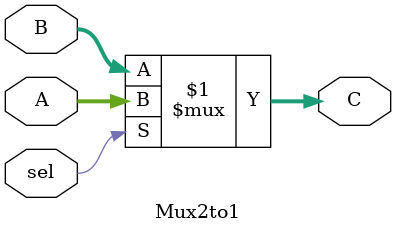
<source format=sv>
module Mux2to1 (
    input [31:0] A,
    input [31:0] B,
    input sel,

    output [31:0] C
);

assign C = sel ? A : B;
    
endmodule
</source>
